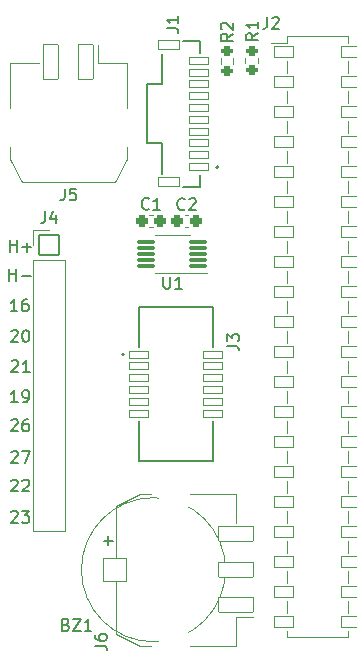
<source format=gto>
%TF.GenerationSoftware,KiCad,Pcbnew,(6.0.5)*%
%TF.CreationDate,2022-06-23T22:14:42-04:00*%
%TF.ProjectId,pi_zero_shield,70695f7a-6572-46f5-9f73-6869656c642e,rev?*%
%TF.SameCoordinates,Original*%
%TF.FileFunction,Legend,Top*%
%TF.FilePolarity,Positive*%
%FSLAX46Y46*%
G04 Gerber Fmt 4.6, Leading zero omitted, Abs format (unit mm)*
G04 Created by KiCad (PCBNEW (6.0.5)) date 2022-06-23 22:14:42*
%MOMM*%
%LPD*%
G01*
G04 APERTURE LIST*
G04 Aperture macros list*
%AMRoundRect*
0 Rectangle with rounded corners*
0 $1 Rounding radius*
0 $2 $3 $4 $5 $6 $7 $8 $9 X,Y pos of 4 corners*
0 Add a 4 corners polygon primitive as box body*
4,1,4,$2,$3,$4,$5,$6,$7,$8,$9,$2,$3,0*
0 Add four circle primitives for the rounded corners*
1,1,$1+$1,$2,$3*
1,1,$1+$1,$4,$5*
1,1,$1+$1,$6,$7*
1,1,$1+$1,$8,$9*
0 Add four rect primitives between the rounded corners*
20,1,$1+$1,$2,$3,$4,$5,0*
20,1,$1+$1,$4,$5,$6,$7,0*
20,1,$1+$1,$6,$7,$8,$9,0*
20,1,$1+$1,$8,$9,$2,$3,0*%
G04 Aperture macros list end*
%ADD10C,0.150000*%
%ADD11C,0.120000*%
%ADD12C,0.200000*%
%ADD13RoundRect,0.275000X-0.225000X-0.250000X0.225000X-0.250000X0.225000X0.250000X-0.225000X0.250000X0*%
%ADD14C,0.990000*%
%ADD15RoundRect,0.050000X-0.800000X0.300000X-0.800000X-0.300000X0.800000X-0.300000X0.800000X0.300000X0*%
%ADD16C,1.348000*%
%ADD17RoundRect,0.050000X0.635000X1.460000X-0.635000X1.460000X-0.635000X-1.460000X0.635000X-1.460000X0*%
%ADD18C,2.810000*%
%ADD19RoundRect,0.050000X0.775000X-0.300000X0.775000X0.300000X-0.775000X0.300000X-0.775000X-0.300000X0*%
%ADD20RoundRect,0.050000X0.900000X-0.400000X0.900000X0.400000X-0.900000X0.400000X-0.900000X-0.400000X0*%
%ADD21RoundRect,0.250000X-0.275000X0.200000X-0.275000X-0.200000X0.275000X-0.200000X0.275000X0.200000X0*%
%ADD22RoundRect,0.050000X-0.850000X-0.850000X0.850000X-0.850000X0.850000X0.850000X-0.850000X0.850000X0*%
%ADD23O,1.800000X1.800000*%
%ADD24RoundRect,0.275000X0.225000X0.250000X-0.225000X0.250000X-0.225000X-0.250000X0.225000X-0.250000X0*%
%ADD25RoundRect,0.125000X0.650000X0.075000X-0.650000X0.075000X-0.650000X-0.075000X0.650000X-0.075000X0*%
%ADD26C,1.100000*%
%ADD27C,1.900000*%
%ADD28RoundRect,0.050000X-0.825000X-0.500000X0.825000X-0.500000X0.825000X0.500000X-0.825000X0.500000X0*%
%ADD29RoundRect,0.050000X-0.800000X-0.500000X0.800000X-0.500000X0.800000X0.500000X-0.800000X0.500000X0*%
%ADD30RoundRect,0.050000X1.460000X-0.635000X1.460000X0.635000X-1.460000X0.635000X-1.460000X-0.635000X0*%
%ADD31RoundRect,0.050000X-1.000000X-1.000000X1.000000X-1.000000X1.000000X1.000000X-1.000000X1.000000X0*%
%ADD32C,2.100000*%
G04 APERTURE END LIST*
D10*
X115059523Y-103602380D02*
X114488095Y-103602380D01*
X114773809Y-103602380D02*
X114773809Y-102602380D01*
X114678571Y-102745238D01*
X114583333Y-102840476D01*
X114488095Y-102888095D01*
X115916666Y-102602380D02*
X115726190Y-102602380D01*
X115630952Y-102650000D01*
X115583333Y-102697619D01*
X115488095Y-102840476D01*
X115440476Y-103030952D01*
X115440476Y-103411904D01*
X115488095Y-103507142D01*
X115535714Y-103554761D01*
X115630952Y-103602380D01*
X115821428Y-103602380D01*
X115916666Y-103554761D01*
X115964285Y-103507142D01*
X116011904Y-103411904D01*
X116011904Y-103173809D01*
X115964285Y-103078571D01*
X115916666Y-103030952D01*
X115821428Y-102983333D01*
X115630952Y-102983333D01*
X115535714Y-103030952D01*
X115488095Y-103078571D01*
X115440476Y-103173809D01*
X114538095Y-105297619D02*
X114585714Y-105250000D01*
X114680952Y-105202380D01*
X114919047Y-105202380D01*
X115014285Y-105250000D01*
X115061904Y-105297619D01*
X115109523Y-105392857D01*
X115109523Y-105488095D01*
X115061904Y-105630952D01*
X114490476Y-106202380D01*
X115109523Y-106202380D01*
X115728571Y-105202380D02*
X115823809Y-105202380D01*
X115919047Y-105250000D01*
X115966666Y-105297619D01*
X116014285Y-105392857D01*
X116061904Y-105583333D01*
X116061904Y-105821428D01*
X116014285Y-106011904D01*
X115966666Y-106107142D01*
X115919047Y-106154761D01*
X115823809Y-106202380D01*
X115728571Y-106202380D01*
X115633333Y-106154761D01*
X115585714Y-106107142D01*
X115538095Y-106011904D01*
X115490476Y-105821428D01*
X115490476Y-105583333D01*
X115538095Y-105392857D01*
X115585714Y-105297619D01*
X115633333Y-105250000D01*
X115728571Y-105202380D01*
X114538095Y-115547619D02*
X114585714Y-115500000D01*
X114680952Y-115452380D01*
X114919047Y-115452380D01*
X115014285Y-115500000D01*
X115061904Y-115547619D01*
X115109523Y-115642857D01*
X115109523Y-115738095D01*
X115061904Y-115880952D01*
X114490476Y-116452380D01*
X115109523Y-116452380D01*
X115442857Y-115452380D02*
X116109523Y-115452380D01*
X115680952Y-116452380D01*
X114445238Y-98552380D02*
X114445238Y-97552380D01*
X114445238Y-98028571D02*
X115016666Y-98028571D01*
X115016666Y-98552380D02*
X115016666Y-97552380D01*
X115492857Y-98171428D02*
X116254761Y-98171428D01*
X115873809Y-98552380D02*
X115873809Y-97790476D01*
X114588095Y-107847619D02*
X114635714Y-107800000D01*
X114730952Y-107752380D01*
X114969047Y-107752380D01*
X115064285Y-107800000D01*
X115111904Y-107847619D01*
X115159523Y-107942857D01*
X115159523Y-108038095D01*
X115111904Y-108180952D01*
X114540476Y-108752380D01*
X115159523Y-108752380D01*
X116111904Y-108752380D02*
X115540476Y-108752380D01*
X115826190Y-108752380D02*
X115826190Y-107752380D01*
X115730952Y-107895238D01*
X115635714Y-107990476D01*
X115540476Y-108038095D01*
X114538095Y-112847619D02*
X114585714Y-112800000D01*
X114680952Y-112752380D01*
X114919047Y-112752380D01*
X115014285Y-112800000D01*
X115061904Y-112847619D01*
X115109523Y-112942857D01*
X115109523Y-113038095D01*
X115061904Y-113180952D01*
X114490476Y-113752380D01*
X115109523Y-113752380D01*
X115966666Y-112752380D02*
X115776190Y-112752380D01*
X115680952Y-112800000D01*
X115633333Y-112847619D01*
X115538095Y-112990476D01*
X115490476Y-113180952D01*
X115490476Y-113561904D01*
X115538095Y-113657142D01*
X115585714Y-113704761D01*
X115680952Y-113752380D01*
X115871428Y-113752380D01*
X115966666Y-113704761D01*
X116014285Y-113657142D01*
X116061904Y-113561904D01*
X116061904Y-113323809D01*
X116014285Y-113228571D01*
X115966666Y-113180952D01*
X115871428Y-113133333D01*
X115680952Y-113133333D01*
X115585714Y-113180952D01*
X115538095Y-113228571D01*
X115490476Y-113323809D01*
X114538095Y-120597619D02*
X114585714Y-120550000D01*
X114680952Y-120502380D01*
X114919047Y-120502380D01*
X115014285Y-120550000D01*
X115061904Y-120597619D01*
X115109523Y-120692857D01*
X115109523Y-120788095D01*
X115061904Y-120930952D01*
X114490476Y-121502380D01*
X115109523Y-121502380D01*
X115442857Y-120502380D02*
X116061904Y-120502380D01*
X115728571Y-120883333D01*
X115871428Y-120883333D01*
X115966666Y-120930952D01*
X116014285Y-120978571D01*
X116061904Y-121073809D01*
X116061904Y-121311904D01*
X116014285Y-121407142D01*
X115966666Y-121454761D01*
X115871428Y-121502380D01*
X115585714Y-121502380D01*
X115490476Y-121454761D01*
X115442857Y-121407142D01*
X114395238Y-101002380D02*
X114395238Y-100002380D01*
X114395238Y-100478571D02*
X114966666Y-100478571D01*
X114966666Y-101002380D02*
X114966666Y-100002380D01*
X115442857Y-100621428D02*
X116204761Y-100621428D01*
X115109523Y-111302380D02*
X114538095Y-111302380D01*
X114823809Y-111302380D02*
X114823809Y-110302380D01*
X114728571Y-110445238D01*
X114633333Y-110540476D01*
X114538095Y-110588095D01*
X115585714Y-111302380D02*
X115776190Y-111302380D01*
X115871428Y-111254761D01*
X115919047Y-111207142D01*
X116014285Y-111064285D01*
X116061904Y-110873809D01*
X116061904Y-110492857D01*
X116014285Y-110397619D01*
X115966666Y-110350000D01*
X115871428Y-110302380D01*
X115680952Y-110302380D01*
X115585714Y-110350000D01*
X115538095Y-110397619D01*
X115490476Y-110492857D01*
X115490476Y-110730952D01*
X115538095Y-110826190D01*
X115585714Y-110873809D01*
X115680952Y-110921428D01*
X115871428Y-110921428D01*
X115966666Y-110873809D01*
X116014285Y-110826190D01*
X116061904Y-110730952D01*
X114538095Y-117947619D02*
X114585714Y-117900000D01*
X114680952Y-117852380D01*
X114919047Y-117852380D01*
X115014285Y-117900000D01*
X115061904Y-117947619D01*
X115109523Y-118042857D01*
X115109523Y-118138095D01*
X115061904Y-118280952D01*
X114490476Y-118852380D01*
X115109523Y-118852380D01*
X115490476Y-117947619D02*
X115538095Y-117900000D01*
X115633333Y-117852380D01*
X115871428Y-117852380D01*
X115966666Y-117900000D01*
X116014285Y-117947619D01*
X116061904Y-118042857D01*
X116061904Y-118138095D01*
X116014285Y-118280952D01*
X115442857Y-118852380D01*
X116061904Y-118852380D01*
%TO.C,C1*%
X126208333Y-94914467D02*
X126160714Y-94962086D01*
X126017857Y-95009705D01*
X125922619Y-95009705D01*
X125779761Y-94962086D01*
X125684523Y-94866848D01*
X125636904Y-94771610D01*
X125589285Y-94581134D01*
X125589285Y-94438277D01*
X125636904Y-94247801D01*
X125684523Y-94152563D01*
X125779761Y-94057325D01*
X125922619Y-94009705D01*
X126017857Y-94009705D01*
X126160714Y-94057325D01*
X126208333Y-94104944D01*
X127160714Y-95009705D02*
X126589285Y-95009705D01*
X126875000Y-95009705D02*
X126875000Y-94009705D01*
X126779761Y-94152563D01*
X126684523Y-94247801D01*
X126589285Y-94295420D01*
%TO.C,J3*%
X132837380Y-106533333D02*
X133551666Y-106533333D01*
X133694523Y-106580952D01*
X133789761Y-106676190D01*
X133837380Y-106819047D01*
X133837380Y-106914285D01*
X132837380Y-106152380D02*
X132837380Y-105533333D01*
X133218333Y-105866666D01*
X133218333Y-105723809D01*
X133265952Y-105628571D01*
X133313571Y-105580952D01*
X133408809Y-105533333D01*
X133646904Y-105533333D01*
X133742142Y-105580952D01*
X133789761Y-105628571D01*
X133837380Y-105723809D01*
X133837380Y-106009523D01*
X133789761Y-106104761D01*
X133742142Y-106152380D01*
%TO.C,J5*%
X119066666Y-93217380D02*
X119066666Y-93931666D01*
X119019047Y-94074523D01*
X118923809Y-94169761D01*
X118780952Y-94217380D01*
X118685714Y-94217380D01*
X120019047Y-93217380D02*
X119542857Y-93217380D01*
X119495238Y-93693571D01*
X119542857Y-93645952D01*
X119638095Y-93598333D01*
X119876190Y-93598333D01*
X119971428Y-93645952D01*
X120019047Y-93693571D01*
X120066666Y-93788809D01*
X120066666Y-94026904D01*
X120019047Y-94122142D01*
X119971428Y-94169761D01*
X119876190Y-94217380D01*
X119638095Y-94217380D01*
X119542857Y-94169761D01*
X119495238Y-94122142D01*
%TO.C,J1*%
X127702380Y-79633333D02*
X128416666Y-79633333D01*
X128559523Y-79680952D01*
X128654761Y-79776190D01*
X128702380Y-79919047D01*
X128702380Y-80014285D01*
X128702380Y-78633333D02*
X128702380Y-79204761D01*
X128702380Y-78919047D02*
X127702380Y-78919047D01*
X127845238Y-79014285D01*
X127940476Y-79109523D01*
X127988095Y-79204761D01*
%TO.C,R2*%
X133302380Y-80116666D02*
X132826190Y-80450000D01*
X133302380Y-80688095D02*
X132302380Y-80688095D01*
X132302380Y-80307142D01*
X132350000Y-80211904D01*
X132397619Y-80164285D01*
X132492857Y-80116666D01*
X132635714Y-80116666D01*
X132730952Y-80164285D01*
X132778571Y-80211904D01*
X132826190Y-80307142D01*
X132826190Y-80688095D01*
X132397619Y-79735714D02*
X132350000Y-79688095D01*
X132302380Y-79592857D01*
X132302380Y-79354761D01*
X132350000Y-79259523D01*
X132397619Y-79211904D01*
X132492857Y-79164285D01*
X132588095Y-79164285D01*
X132730952Y-79211904D01*
X133302380Y-79783333D01*
X133302380Y-79164285D01*
%TO.C,J4*%
X117416666Y-95147380D02*
X117416666Y-95861666D01*
X117369047Y-96004523D01*
X117273809Y-96099761D01*
X117130952Y-96147380D01*
X117035714Y-96147380D01*
X118321428Y-95480714D02*
X118321428Y-96147380D01*
X118083333Y-95099761D02*
X117845238Y-95814047D01*
X118464285Y-95814047D01*
%TO.C,C2*%
X129233333Y-94944467D02*
X129185714Y-94992086D01*
X129042857Y-95039705D01*
X128947619Y-95039705D01*
X128804761Y-94992086D01*
X128709523Y-94896848D01*
X128661904Y-94801610D01*
X128614285Y-94611134D01*
X128614285Y-94468277D01*
X128661904Y-94277801D01*
X128709523Y-94182563D01*
X128804761Y-94087325D01*
X128947619Y-94039705D01*
X129042857Y-94039705D01*
X129185714Y-94087325D01*
X129233333Y-94134944D01*
X129614285Y-94134944D02*
X129661904Y-94087325D01*
X129757142Y-94039705D01*
X129995238Y-94039705D01*
X130090476Y-94087325D01*
X130138095Y-94134944D01*
X130185714Y-94230182D01*
X130185714Y-94325420D01*
X130138095Y-94468277D01*
X129566666Y-95039705D01*
X130185714Y-95039705D01*
%TO.C,U1*%
X127438095Y-100684705D02*
X127438095Y-101494229D01*
X127485714Y-101589467D01*
X127533333Y-101637086D01*
X127628571Y-101684705D01*
X127819047Y-101684705D01*
X127914285Y-101637086D01*
X127961904Y-101589467D01*
X128009523Y-101494229D01*
X128009523Y-100684705D01*
X129009523Y-101684705D02*
X128438095Y-101684705D01*
X128723809Y-101684705D02*
X128723809Y-100684705D01*
X128628571Y-100827563D01*
X128533333Y-100922801D01*
X128438095Y-100970420D01*
%TO.C,R1*%
X135452380Y-80041666D02*
X134976190Y-80375000D01*
X135452380Y-80613095D02*
X134452380Y-80613095D01*
X134452380Y-80232142D01*
X134500000Y-80136904D01*
X134547619Y-80089285D01*
X134642857Y-80041666D01*
X134785714Y-80041666D01*
X134880952Y-80089285D01*
X134928571Y-80136904D01*
X134976190Y-80232142D01*
X134976190Y-80613095D01*
X135452380Y-79089285D02*
X135452380Y-79660714D01*
X135452380Y-79375000D02*
X134452380Y-79375000D01*
X134595238Y-79470238D01*
X134690476Y-79565476D01*
X134738095Y-79660714D01*
%TO.C,J2*%
X136216666Y-78702380D02*
X136216666Y-79416666D01*
X136169047Y-79559523D01*
X136073809Y-79654761D01*
X135930952Y-79702380D01*
X135835714Y-79702380D01*
X136645238Y-78797619D02*
X136692857Y-78750000D01*
X136788095Y-78702380D01*
X137026190Y-78702380D01*
X137121428Y-78750000D01*
X137169047Y-78797619D01*
X137216666Y-78892857D01*
X137216666Y-78988095D01*
X137169047Y-79130952D01*
X136597619Y-79702380D01*
X137216666Y-79702380D01*
%TO.C,J6*%
X121622380Y-131923333D02*
X122336666Y-131923333D01*
X122479523Y-131970952D01*
X122574761Y-132066190D01*
X122622380Y-132209047D01*
X122622380Y-132304285D01*
X121622380Y-131018571D02*
X121622380Y-131209047D01*
X121670000Y-131304285D01*
X121717619Y-131351904D01*
X121860476Y-131447142D01*
X122050952Y-131494761D01*
X122431904Y-131494761D01*
X122527142Y-131447142D01*
X122574761Y-131399523D01*
X122622380Y-131304285D01*
X122622380Y-131113809D01*
X122574761Y-131018571D01*
X122527142Y-130970952D01*
X122431904Y-130923333D01*
X122193809Y-130923333D01*
X122098571Y-130970952D01*
X122050952Y-131018571D01*
X122003333Y-131113809D01*
X122003333Y-131304285D01*
X122050952Y-131399523D01*
X122098571Y-131447142D01*
X122193809Y-131494761D01*
%TO.C,BZ1*%
X119199047Y-130128571D02*
X119341904Y-130176190D01*
X119389523Y-130223809D01*
X119437142Y-130319047D01*
X119437142Y-130461904D01*
X119389523Y-130557142D01*
X119341904Y-130604761D01*
X119246666Y-130652380D01*
X118865714Y-130652380D01*
X118865714Y-129652380D01*
X119199047Y-129652380D01*
X119294285Y-129700000D01*
X119341904Y-129747619D01*
X119389523Y-129842857D01*
X119389523Y-129938095D01*
X119341904Y-130033333D01*
X119294285Y-130080952D01*
X119199047Y-130128571D01*
X118865714Y-130128571D01*
X119770476Y-129652380D02*
X120437142Y-129652380D01*
X119770476Y-130652380D01*
X120437142Y-130652380D01*
X121341904Y-130652380D02*
X120770476Y-130652380D01*
X121056190Y-130652380D02*
X121056190Y-129652380D01*
X120960952Y-129795238D01*
X120865714Y-129890476D01*
X120770476Y-129938095D01*
X122399047Y-123021428D02*
X123160952Y-123021428D01*
X122780000Y-123402380D02*
X122780000Y-122640476D01*
D11*
%TO.C,C1*%
X126234420Y-95477325D02*
X126515580Y-95477325D01*
X126234420Y-96497325D02*
X126515580Y-96497325D01*
D12*
%TO.C,J3*%
X125375000Y-103225000D02*
X131625000Y-103225000D01*
X125375000Y-103225000D02*
X125375000Y-106625000D01*
X131625000Y-116325000D02*
X125375000Y-116325000D01*
X131625000Y-103225000D02*
X131625000Y-106625000D01*
X125375000Y-112925000D02*
X125375000Y-116325000D01*
X131625000Y-112925000D02*
X131625000Y-116325000D01*
X124100000Y-107275000D02*
G75*
G03*
X124100000Y-107275000I-100000J0D01*
G01*
D11*
%TO.C,J5*%
X114465000Y-86390000D02*
X114465000Y-82555000D01*
X119400000Y-92675000D02*
X123335000Y-92675000D01*
X119400000Y-92675000D02*
X115465000Y-92675000D01*
X124335000Y-90675000D02*
X124335000Y-89690000D01*
X124335000Y-86390000D02*
X124335000Y-82555000D01*
X114465000Y-90675000D02*
X114465000Y-89690000D01*
X121905000Y-82555000D02*
X121905000Y-81095000D01*
X124335000Y-82555000D02*
X121905000Y-82555000D01*
X114465000Y-82555000D02*
X116895000Y-82555000D01*
X115465000Y-92675000D02*
X114465000Y-90675000D01*
X123335000Y-92675000D02*
X124335000Y-90675000D01*
D12*
%TO.C,J1*%
X130532500Y-93100000D02*
X130532500Y-92050000D01*
X127282500Y-84400000D02*
X126082500Y-84400000D01*
X130532500Y-80700000D02*
X130532500Y-81750000D01*
X130532500Y-93100000D02*
X129132500Y-93100000D01*
X130532500Y-80700000D02*
X129132500Y-80700000D01*
X127282500Y-89400000D02*
X126082500Y-89400000D01*
X127282500Y-81850000D02*
X127282500Y-84400000D01*
X126082500Y-89400000D02*
X126082500Y-84400000D01*
X127282500Y-91950000D02*
X127282500Y-89400000D01*
X132092500Y-91400000D02*
G75*
G03*
X132092500Y-91400000I-100000J0D01*
G01*
D11*
%TO.C,R2*%
X132277500Y-82162742D02*
X132277500Y-82637258D01*
X133322500Y-82162742D02*
X133322500Y-82637258D01*
%TO.C,J4*%
X116420000Y-122215000D02*
X119080000Y-122215000D01*
X116420000Y-96695000D02*
X117750000Y-96695000D01*
X116420000Y-98025000D02*
X116420000Y-96695000D01*
X116420000Y-99295000D02*
X116420000Y-122215000D01*
X116420000Y-99295000D02*
X119080000Y-99295000D01*
X119080000Y-99295000D02*
X119080000Y-122215000D01*
%TO.C,C2*%
X129540580Y-95477325D02*
X129259420Y-95477325D01*
X129540580Y-96497325D02*
X129259420Y-96497325D01*
%TO.C,U1*%
X128200000Y-97172325D02*
X126700000Y-97172325D01*
X128200000Y-97172325D02*
X129700000Y-97172325D01*
X128200000Y-100392325D02*
X126700000Y-100392325D01*
X128200000Y-100392325D02*
X131125000Y-100392325D01*
%TO.C,R1*%
X135422500Y-82137742D02*
X135422500Y-82612258D01*
X134377500Y-82137742D02*
X134377500Y-82612258D01*
%TO.C,J2*%
X143100000Y-115400000D02*
X143100000Y-116420000D01*
X137900000Y-87460000D02*
X137900000Y-88480000D01*
X143100000Y-97620000D02*
X143100000Y-98640000D01*
X137900000Y-100160000D02*
X137900000Y-101180000D01*
X137900000Y-82380000D02*
X137900000Y-83400000D01*
X137900000Y-80290000D02*
X143100000Y-80290000D01*
X137900000Y-130640000D02*
X137900000Y-131210000D01*
X143100000Y-128100000D02*
X143100000Y-129120000D01*
X136570000Y-80860000D02*
X137930000Y-80860000D01*
X137900000Y-102700000D02*
X137900000Y-103720000D01*
X143100000Y-105240000D02*
X143100000Y-106260000D01*
X143100000Y-107780000D02*
X143100000Y-108800000D01*
X137900000Y-120480000D02*
X137900000Y-121500000D01*
X137900000Y-105240000D02*
X137900000Y-106260000D01*
X143100000Y-92540000D02*
X143100000Y-93560000D01*
X137900000Y-131210000D02*
X143100000Y-131210000D01*
X143100000Y-100160000D02*
X143100000Y-101180000D01*
X143100000Y-120480000D02*
X143100000Y-121500000D01*
X137900000Y-112860000D02*
X137900000Y-113880000D01*
X137900000Y-125560000D02*
X137900000Y-126580000D01*
X143100000Y-95080000D02*
X143100000Y-96100000D01*
X137900000Y-95080000D02*
X137900000Y-96100000D01*
X143100000Y-80290000D02*
X143100000Y-80860000D01*
X143100000Y-102700000D02*
X143100000Y-103720000D01*
X137900000Y-123020000D02*
X137900000Y-124040000D01*
X143100000Y-87460000D02*
X143100000Y-88480000D01*
X143100000Y-112860000D02*
X143100000Y-113880000D01*
X143100000Y-84920000D02*
X143100000Y-85940000D01*
X143100000Y-82380000D02*
X143100000Y-83400000D01*
X137900000Y-97620000D02*
X137900000Y-98640000D01*
X143100000Y-125560000D02*
X143100000Y-126580000D01*
X137900000Y-90000000D02*
X137900000Y-91020000D01*
X137900000Y-128100000D02*
X137900000Y-129120000D01*
X143100000Y-130640000D02*
X143100000Y-131210000D01*
X137900000Y-110320000D02*
X137900000Y-111340000D01*
X137900000Y-92540000D02*
X137900000Y-93560000D01*
X143100000Y-117940000D02*
X143100000Y-118960000D01*
X137900000Y-117940000D02*
X137900000Y-118960000D01*
X143100000Y-123020000D02*
X143100000Y-124040000D01*
X137900000Y-107780000D02*
X137900000Y-108800000D01*
X143100000Y-90000000D02*
X143100000Y-91020000D01*
X137900000Y-80290000D02*
X137900000Y-80860000D01*
X137900000Y-115400000D02*
X137900000Y-116420000D01*
X137900000Y-84920000D02*
X137900000Y-85940000D01*
X143100000Y-110320000D02*
X143100000Y-111340000D01*
%TO.C,J6*%
X133540000Y-131935000D02*
X133540000Y-129505000D01*
X125420000Y-119065000D02*
X126405000Y-119065000D01*
X129705000Y-119065000D02*
X133540000Y-119065000D01*
X123420000Y-120065000D02*
X125420000Y-119065000D01*
X123420000Y-125500000D02*
X123420000Y-120065000D01*
X125420000Y-131935000D02*
X126405000Y-131935000D01*
X123420000Y-130935000D02*
X125420000Y-131935000D01*
X133540000Y-119065000D02*
X133540000Y-121495000D01*
X129705000Y-131935000D02*
X133540000Y-131935000D01*
X133540000Y-129505000D02*
X135000000Y-129505000D01*
X123420000Y-125500000D02*
X123420000Y-130935000D01*
%TO.C,BZ1*%
X132690000Y-125490000D02*
G75*
G03*
X132690000Y-125490000I-6100000J0D01*
G01*
%TD*%
%LPC*%
D13*
%TO.C,C1*%
X125600000Y-95987325D03*
X127150000Y-95987325D03*
%TD*%
D14*
%TO.C,J3*%
X126350000Y-104525000D03*
X126350000Y-115025000D03*
D15*
X125375000Y-107275000D03*
X131625000Y-107275000D03*
X125375000Y-108275000D03*
X131625000Y-108275000D03*
X125375000Y-109275000D03*
X131625000Y-109275000D03*
X125375000Y-110275000D03*
X131625000Y-110275000D03*
X125375000Y-111275000D03*
X131625000Y-111275000D03*
X125375000Y-112275000D03*
X131625000Y-112275000D03*
D16*
X129000000Y-106025000D03*
X129000000Y-113525000D03*
%TD*%
D17*
%TO.C,J5*%
X120900000Y-82495000D03*
X117900000Y-82495000D03*
D18*
X123050000Y-87965000D03*
X115750000Y-87965000D03*
%TD*%
D19*
%TO.C,J1*%
X130457500Y-91400000D03*
X130457500Y-90400000D03*
X130457500Y-89400000D03*
X130457500Y-88400000D03*
X130457500Y-87400000D03*
X130457500Y-86400000D03*
X130457500Y-85400000D03*
X130457500Y-84400000D03*
X130457500Y-83400000D03*
X130457500Y-82400000D03*
D20*
X127882500Y-92700000D03*
X127882500Y-81100000D03*
%TD*%
D21*
%TO.C,R2*%
X132800000Y-81575000D03*
X132800000Y-83225000D03*
%TD*%
D22*
%TO.C,J4*%
X117750000Y-98025000D03*
D23*
X117750000Y-100565000D03*
X117750000Y-103105000D03*
X117750000Y-105645000D03*
X117750000Y-108185000D03*
X117750000Y-110725000D03*
X117750000Y-113265000D03*
X117750000Y-115805000D03*
X117750000Y-118345000D03*
X117750000Y-120885000D03*
%TD*%
D24*
%TO.C,C2*%
X130175000Y-95987325D03*
X128625000Y-95987325D03*
%TD*%
D25*
%TO.C,U1*%
X130400000Y-99782325D03*
X130400000Y-99282325D03*
X130400000Y-98782325D03*
X130400000Y-98282325D03*
X130400000Y-97782325D03*
X126000000Y-97782325D03*
X126000000Y-98282325D03*
X126000000Y-98782325D03*
X126000000Y-99282325D03*
X126000000Y-99782325D03*
%TD*%
D21*
%TO.C,R1*%
X134900000Y-81550000D03*
X134900000Y-83200000D03*
%TD*%
D26*
%TO.C,J2*%
X139230000Y-127340000D03*
X141770000Y-104480000D03*
X139230000Y-117180000D03*
X141770000Y-124800000D03*
X141770000Y-96860000D03*
X141770000Y-86700000D03*
X141770000Y-119720000D03*
X141770000Y-84160000D03*
X141770000Y-91780000D03*
X139230000Y-129880000D03*
X141770000Y-117180000D03*
X139230000Y-119720000D03*
X141770000Y-112100000D03*
X139230000Y-86700000D03*
X139230000Y-112100000D03*
X139230000Y-122260000D03*
X141770000Y-89240000D03*
X141770000Y-99400000D03*
X141770000Y-81620000D03*
X141770000Y-94320000D03*
X139230000Y-99400000D03*
X139230000Y-109560000D03*
X139230000Y-107020000D03*
D27*
X140500000Y-128620000D03*
D26*
X139230000Y-94320000D03*
X139230000Y-81620000D03*
X141770000Y-114640000D03*
X139230000Y-84160000D03*
X139230000Y-104480000D03*
X141770000Y-101940000D03*
X141770000Y-129880000D03*
X139230000Y-91780000D03*
X139230000Y-101940000D03*
X141770000Y-127340000D03*
X139230000Y-96860000D03*
X141770000Y-107020000D03*
X139230000Y-124800000D03*
X141770000Y-109560000D03*
X139230000Y-89240000D03*
D27*
X140500000Y-82870000D03*
D26*
X139230000Y-114640000D03*
X141770000Y-122260000D03*
D28*
X137675000Y-81620000D03*
D29*
X143325000Y-81620000D03*
D28*
X137675000Y-84160000D03*
D29*
X143325000Y-84160000D03*
X137675000Y-86700000D03*
X143325000Y-86700000D03*
X137675000Y-89240000D03*
X143325000Y-89240000D03*
X137675000Y-91780000D03*
X143325000Y-91780000D03*
X137675000Y-94320000D03*
X143325000Y-94320000D03*
X137675000Y-96860000D03*
X143325000Y-96860000D03*
X137675000Y-99400000D03*
X143325000Y-99400000D03*
X137675000Y-101940000D03*
X143325000Y-101940000D03*
X137675000Y-104480000D03*
X143325000Y-104480000D03*
X137675000Y-107020000D03*
X143325000Y-107020000D03*
X137675000Y-109560000D03*
X143325000Y-109560000D03*
X137675000Y-112100000D03*
X143325000Y-112100000D03*
X137675000Y-114640000D03*
X143325000Y-114640000D03*
X137675000Y-117180000D03*
X143325000Y-117180000D03*
X137675000Y-119720000D03*
X143325000Y-119720000D03*
X137675000Y-122260000D03*
X143325000Y-122260000D03*
X137675000Y-124800000D03*
X143325000Y-124800000D03*
X137675000Y-127340000D03*
X143325000Y-127340000D03*
X137675000Y-129880000D03*
X143325000Y-129880000D03*
%TD*%
D30*
%TO.C,J6*%
X133600000Y-128500000D03*
X133600000Y-125500000D03*
X133600000Y-122500000D03*
D18*
X128130000Y-130650000D03*
X128130000Y-120350000D03*
%TD*%
D31*
%TO.C,BZ1*%
X123340000Y-125490000D03*
D32*
X130090000Y-125490000D03*
%TD*%
M02*

</source>
